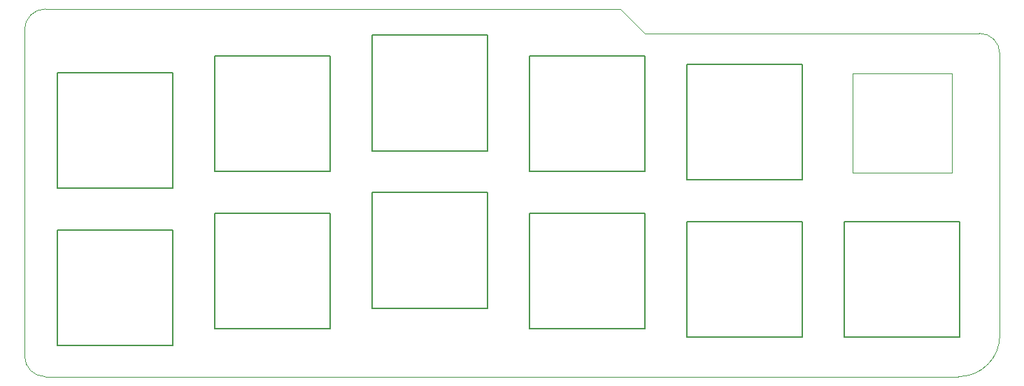
<source format=gm1>
G04 #@! TF.GenerationSoftware,KiCad,Pcbnew,7.0.9*
G04 #@! TF.CreationDate,2023-11-13T15:49:31+00:00*
G04 #@! TF.ProjectId,Nixie-12R-base,4e697869-652d-4313-9252-2d626173652e,rev?*
G04 #@! TF.SameCoordinates,Original*
G04 #@! TF.FileFunction,Profile,NP*
%FSLAX46Y46*%
G04 Gerber Fmt 4.6, Leading zero omitted, Abs format (unit mm)*
G04 Created by KiCad (PCBNEW 7.0.9) date 2023-11-13 15:49:31*
%MOMM*%
%LPD*%
G01*
G04 APERTURE LIST*
G04 #@! TA.AperFunction,Profile*
%ADD10C,0.050000*%
G04 #@! TD*
G04 #@! TA.AperFunction,Profile*
%ADD11C,0.150000*%
G04 #@! TD*
G04 APERTURE END LIST*
D10*
X223274928Y-118864970D02*
X153600492Y-118859959D01*
X226199928Y-121789970D02*
X223274928Y-118864970D01*
X264164928Y-163360028D02*
G75*
G03*
X269164928Y-158359970I-28J5000028D01*
G01*
X151114929Y-160872296D02*
G75*
G03*
X153614928Y-163357829I2485471J-104D01*
G01*
X251364959Y-126641163D02*
X263364959Y-126641163D01*
X263364959Y-138641163D01*
X251364959Y-138641163D01*
X251364959Y-126641163D01*
X269164928Y-158359970D02*
X269165010Y-124275503D01*
X151114887Y-121359970D02*
X151114887Y-160872296D01*
X153600420Y-118859845D02*
G75*
G03*
X151114888Y-121359970I-20J-2485555D01*
G01*
X153614928Y-163357829D02*
X264164928Y-163359970D01*
X269165072Y-124275503D02*
G75*
G03*
X266664969Y-121789970I-2485572J3D01*
G01*
X266664969Y-121789970D02*
X226199928Y-121789970D01*
D11*
X193175000Y-122025000D02*
X193175000Y-136025000D01*
X193175000Y-136025000D02*
X207175000Y-136025000D01*
X207175000Y-122025000D02*
X193175000Y-122025000D01*
X207175000Y-136025000D02*
X207175000Y-122025000D01*
X231275000Y-144575000D02*
X231275000Y-158575000D01*
X231275000Y-158575000D02*
X245275000Y-158575000D01*
X245275000Y-144575000D02*
X231275000Y-144575000D01*
X245275000Y-158575000D02*
X245275000Y-144575000D01*
X231275000Y-125525000D02*
X231275000Y-139525000D01*
X231275000Y-139525000D02*
X245275000Y-139525000D01*
X245275000Y-125525000D02*
X231275000Y-125525000D01*
X245275000Y-139525000D02*
X245275000Y-125525000D01*
X155075000Y-126535000D02*
X155075000Y-140535000D01*
X155075000Y-140535000D02*
X169075000Y-140535000D01*
X169075000Y-126535000D02*
X155075000Y-126535000D01*
X169075000Y-140535000D02*
X169075000Y-126535000D01*
X250325000Y-144565000D02*
X250325000Y-158565000D01*
X250325000Y-158565000D02*
X264325000Y-158565000D01*
X264325000Y-144565000D02*
X250325000Y-144565000D01*
X264325000Y-158565000D02*
X264325000Y-144565000D01*
X174125000Y-143565000D02*
X174125000Y-157565000D01*
X174125000Y-157565000D02*
X188125000Y-157565000D01*
X188125000Y-143565000D02*
X174125000Y-143565000D01*
X188125000Y-157565000D02*
X188125000Y-143565000D01*
X155075000Y-145585000D02*
X155075000Y-159585000D01*
X155075000Y-159585000D02*
X169075000Y-159585000D01*
X169075000Y-145585000D02*
X155075000Y-145585000D01*
X169075000Y-159585000D02*
X169075000Y-145585000D01*
X212225000Y-143575000D02*
X212225000Y-157575000D01*
X212225000Y-157575000D02*
X226225000Y-157575000D01*
X226225000Y-143575000D02*
X212225000Y-143575000D01*
X226225000Y-157575000D02*
X226225000Y-143575000D01*
X212225000Y-124525000D02*
X212225000Y-138525000D01*
X212225000Y-138525000D02*
X226225000Y-138525000D01*
X226225000Y-124525000D02*
X212225000Y-124525000D01*
X226225000Y-138525000D02*
X226225000Y-124525000D01*
X193175000Y-141075000D02*
X193175000Y-155075000D01*
X193175000Y-155075000D02*
X207175000Y-155075000D01*
X207175000Y-141075000D02*
X193175000Y-141075000D01*
X207175000Y-155075000D02*
X207175000Y-141075000D01*
X174125000Y-124515000D02*
X174125000Y-138515000D01*
X174125000Y-138515000D02*
X188125000Y-138515000D01*
X188125000Y-124515000D02*
X174125000Y-124515000D01*
X188125000Y-138515000D02*
X188125000Y-124515000D01*
M02*

</source>
